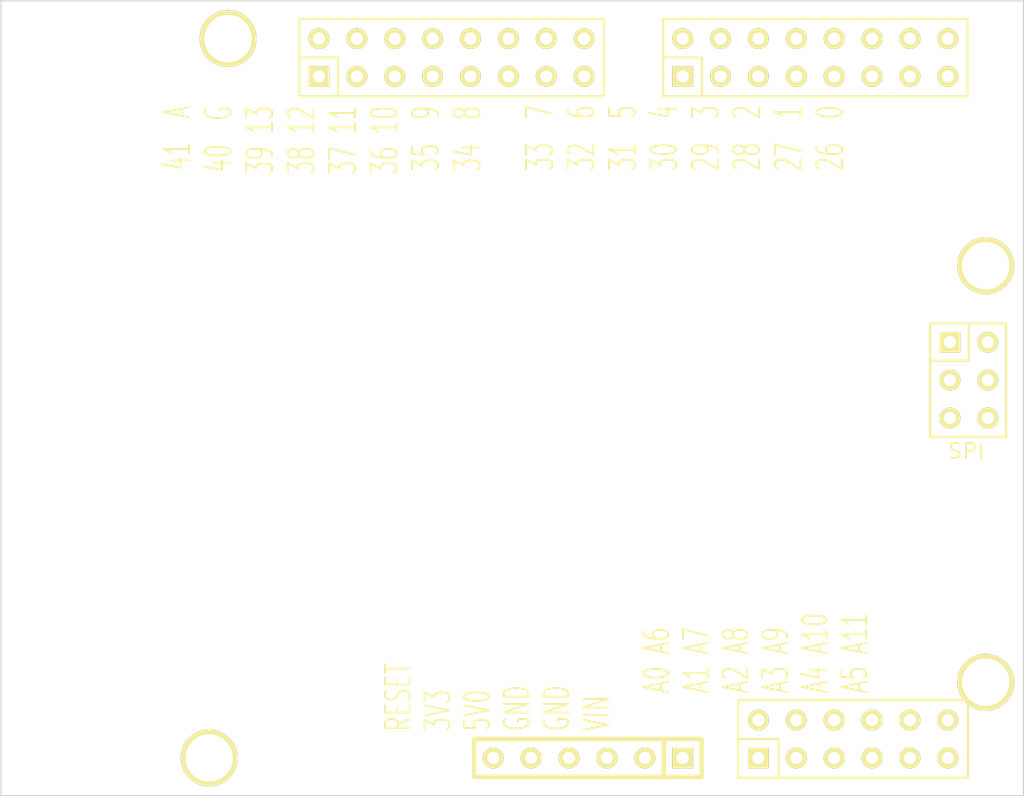
<source format=kicad_pcb>
(kicad_pcb (version 3) (host pcbnew "(2013-06-11 BZR 4021)-stable")

  (general
    (links 4)
    (no_connects 4)
    (area 138.075199 124.409999 206.755201 177.850001)
    (thickness 1.6)
    (drawings 9)
    (tracks 0)
    (zones 0)
    (modules 9)
    (nets 3)
  )

  (page A3)
  (layers
    (15 F.Cu signal)
    (0 B.Cu signal)
    (16 B.Adhes user)
    (17 F.Adhes user)
    (18 B.Paste user)
    (19 F.Paste user)
    (20 B.SilkS user)
    (21 F.SilkS user)
    (22 B.Mask user)
    (23 F.Mask user)
    (24 Dwgs.User user)
    (25 Cmts.User user)
    (26 Eco1.User user)
    (27 Eco2.User user)
    (28 Edge.Cuts user)
  )

  (setup
    (last_trace_width 0.254)
    (trace_clearance 0.254)
    (zone_clearance 0.508)
    (zone_45_only no)
    (trace_min 0.254)
    (segment_width 0.2)
    (edge_width 0.1)
    (via_size 0.889)
    (via_drill 0.635)
    (via_min_size 0.889)
    (via_min_drill 0.508)
    (uvia_size 0.508)
    (uvia_drill 0.127)
    (uvias_allowed no)
    (uvia_min_size 0.508)
    (uvia_min_drill 0.127)
    (pcb_text_width 0.3)
    (pcb_text_size 1.5 1.5)
    (mod_edge_width 0.15)
    (mod_text_size 1 1)
    (mod_text_width 0.15)
    (pad_size 1.397 1.397)
    (pad_drill 0.8128)
    (pad_to_mask_clearance 0)
    (aux_axis_origin 0 0)
    (visible_elements FFFFFFBF)
    (pcbplotparams
      (layerselection 3178497)
      (usegerberextensions true)
      (excludeedgelayer true)
      (linewidth 0.150000)
      (plotframeref false)
      (viasonmask false)
      (mode 1)
      (useauxorigin false)
      (hpglpennumber 1)
      (hpglpenspeed 20)
      (hpglpendiameter 15)
      (hpglpenoverlay 2)
      (psnegative false)
      (psa4output false)
      (plotreference true)
      (plotvalue true)
      (plotothertext true)
      (plotinvisibletext false)
      (padsonsilk false)
      (subtractmaskfromsilk false)
      (outputformat 1)
      (mirror false)
      (drillshape 1)
      (scaleselection 1)
      (outputdirectory ""))
  )

  (net 0 "")
  (net 1 /GND)
  (net 2 /RG6)

  (net_class Default "This is the default net class."
    (clearance 0.254)
    (trace_width 0.254)
    (via_dia 0.889)
    (via_drill 0.635)
    (uvia_dia 0.508)
    (uvia_drill 0.127)
    (add_net "")
    (add_net /GND)
    (add_net /RG6)
  )

  (module CONN_2x8 (layer F.Cu) (tedit 5214DD68) (tstamp 52152D42)
    (at 168.3512 128.27 270)
    (path /5214C701)
    (fp_text reference P3 (at 0 11.7 270) (layer F.SilkS) hide
      (effects (font (size 1.524 1.524) (thickness 0.3048)))
    )
    (fp_text value PWM/Digital (at 0 -11.3 270) (layer F.SilkS) hide
      (effects (font (size 1.524 1.524) (thickness 0.3048)))
    )
    (fp_line (start 0 7.6) (end 0 10.2) (layer F.SilkS) (width 0.15))
    (fp_line (start 0 7.6) (end 2.6 7.6) (layer F.SilkS) (width 0.15))
    (fp_line (start -2.6 8.9) (end -2.6 10.1) (layer F.SilkS) (width 0.15))
    (fp_line (start -2.6 10.1) (end -2.6 10.2) (layer F.SilkS) (width 0.15))
    (fp_line (start -2.6 10.2) (end 2.6 10.2) (layer F.SilkS) (width 0.15))
    (fp_line (start 2.6 10.2) (end 2.6 8.9) (layer F.SilkS) (width 0.15))
    (fp_line (start 2.6 -8.9) (end 2.6 -10.2) (layer F.SilkS) (width 0.15))
    (fp_line (start 2.6 -10.2) (end -2.6 -10.2) (layer F.SilkS) (width 0.15))
    (fp_line (start -2.6 -10.2) (end -2.6 -8.9) (layer F.SilkS) (width 0.15))
    (fp_line (start 2.6 7.7) (end 2.6 8.8) (layer F.SilkS) (width 0.15))
    (fp_line (start 2.6 8.8) (end 2.6 8.9) (layer F.SilkS) (width 0.15))
    (fp_line (start -2.6 8.9) (end -2.6 7.7) (layer F.SilkS) (width 0.15))
    (fp_line (start 2.6 -7.7) (end 2.6 -8.8) (layer F.SilkS) (width 0.15))
    (fp_line (start 2.6 -8.8) (end 2.6 -8.9) (layer F.SilkS) (width 0.15))
    (fp_line (start -2.6 -8.9) (end -2.6 -7.7) (layer F.SilkS) (width 0.15))
    (fp_line (start -2.6 6.4) (end -2.6 7.6) (layer F.SilkS) (width 0.15))
    (fp_line (start -2.6 7.6) (end -2.6 7.7) (layer F.SilkS) (width 0.15))
    (fp_line (start 2.6 7.7) (end 2.6 6.4) (layer F.SilkS) (width 0.15))
    (fp_line (start -2.6 -6.3) (end -2.6 -7.5) (layer F.SilkS) (width 0.15))
    (fp_line (start -2.6 -7.5) (end -2.6 -7.7) (layer F.SilkS) (width 0.15))
    (fp_line (start 2.6 -7.7) (end 2.6 -6.3) (layer F.SilkS) (width 0.15))
    (fp_line (start 2.6 6.4) (end 2.6 3.8) (layer F.SilkS) (width 0.15))
    (fp_line (start -2.6 6.4) (end -2.6 0.9) (layer F.SilkS) (width 0.15))
    (fp_line (start 2.6 2.6) (end 2.6 3.8) (layer F.SilkS) (width 0.15))
    (fp_line (start -2.6 -5.1) (end -2.6 -6.3) (layer F.SilkS) (width 0.15))
    (fp_line (start 2.6 -6.3) (end 2.6 -5.1) (layer F.SilkS) (width 0.15))
    (fp_line (start 2.6 2.6) (end 2.6 -3.9) (layer F.SilkS) (width 0.15))
    (fp_line (start 2.6 -3.9) (end 2.6 -5) (layer F.SilkS) (width 0.15))
    (fp_line (start 2.6 -5) (end 2.6 -5.1) (layer F.SilkS) (width 0.15))
    (fp_line (start -2.6 -5.1) (end -2.6 -3.2) (layer F.SilkS) (width 0.15))
    (fp_line (start -2.6 0.9) (end -2.6 -3.2) (layer F.SilkS) (width 0.15))
    (pad 1 thru_hole rect (at 1.27 8.89 270) (size 1.397 1.397) (drill 0.8128)
      (layers *.Cu *.Mask F.SilkS)
    )
    (pad 2 thru_hole circle (at -1.27 8.89 270) (size 1.397 1.397) (drill 0.8128)
      (layers *.Cu *.Mask F.SilkS)
    )
    (pad 3 thru_hole circle (at 1.27 6.35 270) (size 1.397 1.397) (drill 0.8128)
      (layers *.Cu *.Mask F.SilkS)
    )
    (pad 4 thru_hole circle (at -1.27 6.35 270) (size 1.397 1.397) (drill 0.8128)
      (layers *.Cu *.Mask F.SilkS)
      (net 1 /GND)
    )
    (pad 5 thru_hole circle (at 1.27 3.81 270) (size 1.397 1.397) (drill 0.8128)
      (layers *.Cu *.Mask F.SilkS)
    )
    (pad 6 thru_hole circle (at -1.27 3.81 270) (size 1.397 1.397) (drill 0.8128)
      (layers *.Cu *.Mask F.SilkS)
      (net 2 /RG6)
    )
    (pad 7 thru_hole circle (at 1.27 1.27 270) (size 1.397 1.397) (drill 0.8128)
      (layers *.Cu *.Mask F.SilkS)
    )
    (pad 8 thru_hole circle (at -1.27 1.27 270) (size 1.397 1.397) (drill 0.8128)
      (layers *.Cu *.Mask F.SilkS)
    )
    (pad 9 thru_hole circle (at 1.27 -1.27 270) (size 1.397 1.397) (drill 0.8128)
      (layers *.Cu *.Mask F.SilkS)
    )
    (pad 10 thru_hole circle (at -1.27 -1.27 270) (size 1.397 1.397) (drill 0.8128)
      (layers *.Cu *.Mask F.SilkS)
    )
    (pad 11 thru_hole circle (at 1.27 -3.81 270) (size 1.397 1.397) (drill 0.8128)
      (layers *.Cu *.Mask F.SilkS)
    )
    (pad 12 thru_hole circle (at -1.27 -3.81 270) (size 1.397 1.397) (drill 0.8128)
      (layers *.Cu *.Mask F.SilkS)
    )
    (pad 13 thru_hole circle (at 1.27 -6.35 270) (size 1.397 1.397) (drill 0.8128)
      (layers *.Cu *.Mask F.SilkS)
    )
    (pad 14 thru_hole circle (at -1.27 -6.35 270) (size 1.397 1.397) (drill 0.8128)
      (layers *.Cu *.Mask F.SilkS)
    )
    (pad 15 thru_hole circle (at 1.27 -8.89 270) (size 1.397 1.397) (drill 0.8128)
      (layers *.Cu *.Mask F.SilkS)
    )
    (pad 16 thru_hole circle (at -1.27 -8.89 270) (size 1.397 1.397) (drill 0.8128)
      (layers *.Cu *.Mask F.SilkS)
    )
  )

  (module CONN_2x8 (layer F.Cu) (tedit 5214DD63) (tstamp 52152D75)
    (at 192.7352 128.27 270)
    (path /5214C710)
    (fp_text reference P4 (at 0 11.7 270) (layer F.SilkS) hide
      (effects (font (size 1.524 1.524) (thickness 0.3048)))
    )
    (fp_text value PWM/Digital (at 0 -11.3 270) (layer F.SilkS) hide
      (effects (font (size 1.524 1.524) (thickness 0.3048)))
    )
    (fp_line (start 0 7.6) (end 0 10.2) (layer F.SilkS) (width 0.15))
    (fp_line (start 0 7.6) (end 2.6 7.6) (layer F.SilkS) (width 0.15))
    (fp_line (start -2.6 8.9) (end -2.6 10.1) (layer F.SilkS) (width 0.15))
    (fp_line (start -2.6 10.1) (end -2.6 10.2) (layer F.SilkS) (width 0.15))
    (fp_line (start -2.6 10.2) (end 2.6 10.2) (layer F.SilkS) (width 0.15))
    (fp_line (start 2.6 10.2) (end 2.6 8.9) (layer F.SilkS) (width 0.15))
    (fp_line (start 2.6 -8.9) (end 2.6 -10.2) (layer F.SilkS) (width 0.15))
    (fp_line (start 2.6 -10.2) (end -2.6 -10.2) (layer F.SilkS) (width 0.15))
    (fp_line (start -2.6 -10.2) (end -2.6 -8.9) (layer F.SilkS) (width 0.15))
    (fp_line (start 2.6 7.7) (end 2.6 8.8) (layer F.SilkS) (width 0.15))
    (fp_line (start 2.6 8.8) (end 2.6 8.9) (layer F.SilkS) (width 0.15))
    (fp_line (start -2.6 8.9) (end -2.6 7.7) (layer F.SilkS) (width 0.15))
    (fp_line (start 2.6 -7.7) (end 2.6 -8.8) (layer F.SilkS) (width 0.15))
    (fp_line (start 2.6 -8.8) (end 2.6 -8.9) (layer F.SilkS) (width 0.15))
    (fp_line (start -2.6 -8.9) (end -2.6 -7.7) (layer F.SilkS) (width 0.15))
    (fp_line (start -2.6 6.4) (end -2.6 7.6) (layer F.SilkS) (width 0.15))
    (fp_line (start -2.6 7.6) (end -2.6 7.7) (layer F.SilkS) (width 0.15))
    (fp_line (start 2.6 7.7) (end 2.6 6.4) (layer F.SilkS) (width 0.15))
    (fp_line (start -2.6 -6.3) (end -2.6 -7.5) (layer F.SilkS) (width 0.15))
    (fp_line (start -2.6 -7.5) (end -2.6 -7.7) (layer F.SilkS) (width 0.15))
    (fp_line (start 2.6 -7.7) (end 2.6 -6.3) (layer F.SilkS) (width 0.15))
    (fp_line (start 2.6 6.4) (end 2.6 3.8) (layer F.SilkS) (width 0.15))
    (fp_line (start -2.6 6.4) (end -2.6 0.9) (layer F.SilkS) (width 0.15))
    (fp_line (start 2.6 2.6) (end 2.6 3.8) (layer F.SilkS) (width 0.15))
    (fp_line (start -2.6 -5.1) (end -2.6 -6.3) (layer F.SilkS) (width 0.15))
    (fp_line (start 2.6 -6.3) (end 2.6 -5.1) (layer F.SilkS) (width 0.15))
    (fp_line (start 2.6 2.6) (end 2.6 -3.9) (layer F.SilkS) (width 0.15))
    (fp_line (start 2.6 -3.9) (end 2.6 -5) (layer F.SilkS) (width 0.15))
    (fp_line (start 2.6 -5) (end 2.6 -5.1) (layer F.SilkS) (width 0.15))
    (fp_line (start -2.6 -5.1) (end -2.6 -3.2) (layer F.SilkS) (width 0.15))
    (fp_line (start -2.6 0.9) (end -2.6 -3.2) (layer F.SilkS) (width 0.15))
    (pad 1 thru_hole rect (at 1.27 8.89 270) (size 1.397 1.397) (drill 0.8128)
      (layers *.Cu *.Mask F.SilkS)
    )
    (pad 2 thru_hole circle (at -1.27 8.89 270) (size 1.397 1.397) (drill 0.8128)
      (layers *.Cu *.Mask F.SilkS)
    )
    (pad 3 thru_hole circle (at 1.27 6.35 270) (size 1.397 1.397) (drill 0.8128)
      (layers *.Cu *.Mask F.SilkS)
    )
    (pad 4 thru_hole circle (at -1.27 6.35 270) (size 1.397 1.397) (drill 0.8128)
      (layers *.Cu *.Mask F.SilkS)
    )
    (pad 5 thru_hole circle (at 1.27 3.81 270) (size 1.397 1.397) (drill 0.8128)
      (layers *.Cu *.Mask F.SilkS)
    )
    (pad 6 thru_hole circle (at -1.27 3.81 270) (size 1.397 1.397) (drill 0.8128)
      (layers *.Cu *.Mask F.SilkS)
    )
    (pad 7 thru_hole circle (at 1.27 1.27 270) (size 1.397 1.397) (drill 0.8128)
      (layers *.Cu *.Mask F.SilkS)
    )
    (pad 8 thru_hole circle (at -1.27 1.27 270) (size 1.397 1.397) (drill 0.8128)
      (layers *.Cu *.Mask F.SilkS)
    )
    (pad 9 thru_hole circle (at 1.27 -1.27 270) (size 1.397 1.397) (drill 0.8128)
      (layers *.Cu *.Mask F.SilkS)
    )
    (pad 10 thru_hole circle (at -1.27 -1.27 270) (size 1.397 1.397) (drill 0.8128)
      (layers *.Cu *.Mask F.SilkS)
    )
    (pad 11 thru_hole circle (at 1.27 -3.81 270) (size 1.397 1.397) (drill 0.8128)
      (layers *.Cu *.Mask F.SilkS)
    )
    (pad 12 thru_hole circle (at -1.27 -3.81 270) (size 1.397 1.397) (drill 0.8128)
      (layers *.Cu *.Mask F.SilkS)
    )
    (pad 13 thru_hole circle (at 1.27 -6.35 270) (size 1.397 1.397) (drill 0.8128)
      (layers *.Cu *.Mask F.SilkS)
    )
    (pad 14 thru_hole circle (at -1.27 -6.35 270) (size 1.397 1.397) (drill 0.8128)
      (layers *.Cu *.Mask F.SilkS)
    )
    (pad 15 thru_hole circle (at 1.27 -8.89 270) (size 1.397 1.397) (drill 0.8128)
      (layers *.Cu *.Mask F.SilkS)
    )
    (pad 16 thru_hole circle (at -1.27 -8.89 270) (size 1.397 1.397) (drill 0.8128)
      (layers *.Cu *.Mask F.SilkS)
    )
  )

  (module CONN_2x6 (layer F.Cu) (tedit 5214DD72) (tstamp 52152D99)
    (at 195.2752 173.99 270)
    (path /5214C59A)
    (fp_text reference P2 (at 0 8.9 270) (layer F.SilkS) hide
      (effects (font (size 1.524 1.524) (thickness 0.3048)))
    )
    (fp_text value Analog (at 0 -8.8 270) (layer F.SilkS) hide
      (effects (font (size 1.524 1.524) (thickness 0.3048)))
    )
    (fp_line (start 0 5) (end 0 7.7) (layer F.SilkS) (width 0.15))
    (fp_line (start 0 5) (end 2.6 5) (layer F.SilkS) (width 0.15))
    (fp_line (start -2.6 6.4) (end -2.6 7.6) (layer F.SilkS) (width 0.15))
    (fp_line (start -2.6 7.6) (end -2.6 7.7) (layer F.SilkS) (width 0.15))
    (fp_line (start -2.6 7.7) (end 2.6 7.7) (layer F.SilkS) (width 0.15))
    (fp_line (start 2.6 7.7) (end 2.6 6.4) (layer F.SilkS) (width 0.15))
    (fp_line (start -2.6 -6.3) (end -2.6 -7.5) (layer F.SilkS) (width 0.15))
    (fp_line (start -2.6 -7.5) (end -2.6 -7.7) (layer F.SilkS) (width 0.15))
    (fp_line (start -2.6 -7.7) (end 2.6 -7.7) (layer F.SilkS) (width 0.15))
    (fp_line (start 2.6 -7.7) (end 2.6 -6.3) (layer F.SilkS) (width 0.15))
    (fp_line (start 2.6 6.4) (end 2.6 3.8) (layer F.SilkS) (width 0.15))
    (fp_line (start -2.6 6.4) (end -2.6 0.9) (layer F.SilkS) (width 0.15))
    (fp_line (start 2.6 2.6) (end 2.6 3.8) (layer F.SilkS) (width 0.15))
    (fp_line (start -2.6 -5.1) (end -2.6 -6.3) (layer F.SilkS) (width 0.15))
    (fp_line (start 2.6 -6.3) (end 2.6 -5.1) (layer F.SilkS) (width 0.15))
    (fp_line (start 2.6 2.6) (end 2.6 -3.9) (layer F.SilkS) (width 0.15))
    (fp_line (start 2.6 -3.9) (end 2.6 -5) (layer F.SilkS) (width 0.15))
    (fp_line (start 2.6 -5) (end 2.6 -5.1) (layer F.SilkS) (width 0.15))
    (fp_line (start -2.6 -5.1) (end -2.6 -3.2) (layer F.SilkS) (width 0.15))
    (fp_line (start -2.6 0.9) (end -2.6 -3.2) (layer F.SilkS) (width 0.15))
    (pad 1 thru_hole rect (at 1.27 6.35 270) (size 1.397 1.397) (drill 0.8128)
      (layers *.Cu *.Mask F.SilkS)
    )
    (pad 2 thru_hole circle (at -1.27 6.35 270) (size 1.397 1.397) (drill 0.8128)
      (layers *.Cu *.Mask F.SilkS)
    )
    (pad 3 thru_hole circle (at 1.27 3.81 270) (size 1.397 1.397) (drill 0.8128)
      (layers *.Cu *.Mask F.SilkS)
    )
    (pad 4 thru_hole circle (at -1.27 3.81 270) (size 1.397 1.397) (drill 0.8128)
      (layers *.Cu *.Mask F.SilkS)
    )
    (pad 5 thru_hole circle (at 1.27 1.27 270) (size 1.397 1.397) (drill 0.8128)
      (layers *.Cu *.Mask F.SilkS)
    )
    (pad 6 thru_hole circle (at -1.27 1.27 270) (size 1.397 1.397) (drill 0.8128)
      (layers *.Cu *.Mask F.SilkS)
    )
    (pad 7 thru_hole circle (at 1.27 -1.27 270) (size 1.397 1.397) (drill 0.8128)
      (layers *.Cu *.Mask F.SilkS)
    )
    (pad 8 thru_hole circle (at -1.27 -1.27 270) (size 1.397 1.397) (drill 0.8128)
      (layers *.Cu *.Mask F.SilkS)
    )
    (pad 9 thru_hole circle (at 1.27 -3.81 270) (size 1.397 1.397) (drill 0.8128)
      (layers *.Cu *.Mask F.SilkS)
    )
    (pad 10 thru_hole circle (at -1.27 -3.81 270) (size 1.397 1.397) (drill 0.8128)
      (layers *.Cu *.Mask F.SilkS)
    )
    (pad 11 thru_hole circle (at 1.27 -6.35 270) (size 1.397 1.397) (drill 0.8128)
      (layers *.Cu *.Mask F.SilkS)
    )
    (pad 12 thru_hole circle (at -1.27 -6.35 270) (size 1.397 1.397) (drill 0.8128)
      (layers *.Cu *.Mask F.SilkS)
    )
  )

  (module CONN_1x1 (layer F.Cu) (tedit 5214D7FF) (tstamp 5215336F)
    (at 152.0952 175.26)
    (fp_text reference CONN_1x1 (at 0 1.7) (layer F.SilkS) hide
      (effects (font (size 1 1) (thickness 0.2)))
    )
    (fp_text value VAL** (at 0 -1.5) (layer F.SilkS) hide
      (effects (font (size 1 1) (thickness 0.2)))
    )
    (pad 1 thru_hole circle (at 0 0) (size 3.81 3.81) (drill 3.175)
      (layers *.Cu *.Mask F.SilkS)
    )
  )

  (module CONN_1x1 (layer F.Cu) (tedit 5214DBEC) (tstamp 521533CF)
    (at 204.1652 170.18)
    (fp_text reference CONN_1x1 (at 0 1.7) (layer F.SilkS) hide
      (effects (font (size 1 1) (thickness 0.2)))
    )
    (fp_text value VAL** (at 0 -1.5) (layer F.SilkS) hide
      (effects (font (size 1 1) (thickness 0.2)))
    )
    (pad 1 thru_hole circle (at 0 0) (size 3.81 3.81) (drill 3.175)
      (layers *.Cu *.Mask F.SilkS)
    )
  )

  (module CONN_1x1 (layer F.Cu) (tedit 5214DC1B) (tstamp 521533D8)
    (at 204.1652 142.24)
    (fp_text reference CONN_1x1 (at 0 1.7) (layer F.SilkS) hide
      (effects (font (size 1 1) (thickness 0.2)))
    )
    (fp_text value VAL** (at 0 -1.5) (layer F.SilkS) hide
      (effects (font (size 1 1) (thickness 0.2)))
    )
    (pad 1 thru_hole circle (at 0 0) (size 3.81 3.81) (drill 3.175)
      (layers *.Cu *.Mask F.SilkS)
    )
  )

  (module CONN_1x1 (layer F.Cu) (tedit 5214DBCB) (tstamp 521533E1)
    (at 153.3652 127)
    (fp_text reference CONN_1x1 (at 0 1.7) (layer F.SilkS) hide
      (effects (font (size 1 1) (thickness 0.2)))
    )
    (fp_text value VAL** (at 0 -1.5) (layer F.SilkS) hide
      (effects (font (size 1 1) (thickness 0.2)))
    )
    (pad 1 thru_hole circle (at 0 0) (size 3.81 3.81) (drill 3.175)
      (layers *.Cu *.Mask F.SilkS)
    )
  )

  (module SIL-6 (layer F.Cu) (tedit 5214DEBF) (tstamp 5215497F)
    (at 177.4952 175.26 180)
    (descr "Connecteur 6 pins")
    (tags "CONN DEV")
    (path /5214C54F)
    (fp_text reference P1 (at 0 -2.54 180) (layer F.SilkS) hide
      (effects (font (size 1.72974 1.08712) (thickness 0.27178)))
    )
    (fp_text value Power (at 0 -2.54 180) (layer F.SilkS) hide
      (effects (font (size 1.524 1.016) (thickness 0.3048)))
    )
    (fp_line (start -7.62 1.27) (end -7.62 -1.27) (layer F.SilkS) (width 0.3048))
    (fp_line (start -7.62 -1.27) (end 7.62 -1.27) (layer F.SilkS) (width 0.3048))
    (fp_line (start 7.62 -1.27) (end 7.62 1.27) (layer F.SilkS) (width 0.3048))
    (fp_line (start 7.62 1.27) (end -7.62 1.27) (layer F.SilkS) (width 0.3048))
    (fp_line (start -5.08 1.27) (end -5.08 -1.27) (layer F.SilkS) (width 0.3048))
    (pad 1 thru_hole rect (at -6.35 0 180) (size 1.397 1.397) (drill 0.8128)
      (layers *.Cu *.Mask F.SilkS)
    )
    (pad 2 thru_hole circle (at -3.81 0 180) (size 1.397 1.397) (drill 0.8128)
      (layers *.Cu *.Mask F.SilkS)
      (net 1 /GND)
    )
    (pad 3 thru_hole circle (at -1.27 0 180) (size 1.397 1.397) (drill 0.8128)
      (layers *.Cu *.Mask F.SilkS)
      (net 1 /GND)
    )
    (pad 4 thru_hole circle (at 1.27 0 180) (size 1.397 1.397) (drill 0.8128)
      (layers *.Cu *.Mask F.SilkS)
    )
    (pad 5 thru_hole circle (at 3.81 0 180) (size 1.397 1.397) (drill 0.8128)
      (layers *.Cu *.Mask F.SilkS)
    )
    (pad 6 thru_hole circle (at 6.35 0 180) (size 1.397 1.397) (drill 0.8128)
      (layers *.Cu *.Mask F.SilkS)
    )
  )

  (module CONN_2x3 (layer F.Cu) (tedit 5214E35B) (tstamp 521549FF)
    (at 203.0349 149.9108 180)
    (path /5214E23D)
    (fp_text reference P5 (at 0 5.2 180) (layer F.SilkS) hide
      (effects (font (size 1.524 1.524) (thickness 0.3048)))
    )
    (fp_text value SPI (at 0 -4.9 180) (layer F.SilkS) hide
      (effects (font (size 1.524 1.524) (thickness 0.3048)))
    )
    (fp_line (start 2.6 1.3) (end 2.6 -3.7) (layer F.SilkS) (width 0.15))
    (fp_line (start 2.6 -3.7) (end 2.6 -3.8) (layer F.SilkS) (width 0.15))
    (fp_line (start 2.6 -3.8) (end -2.5 -3.8) (layer F.SilkS) (width 0.15))
    (fp_line (start -2.5 -3.8) (end -2.5 -3.2) (layer F.SilkS) (width 0.15))
    (fp_line (start 0 1.3) (end 0 3.8) (layer F.SilkS) (width 0.15))
    (fp_line (start 0 1.3) (end 2.6 1.3) (layer F.SilkS) (width 0.15))
    (fp_line (start 2.6 1.3) (end 2.6 3.8) (layer F.SilkS) (width 0.15))
    (fp_line (start 2.6 3.8) (end -2.5 3.8) (layer F.SilkS) (width 0.15))
    (fp_line (start -2.5 3.8) (end -2.5 -3.1) (layer F.SilkS) (width 0.15))
    (pad 1 thru_hole rect (at 1.27 2.54 180) (size 1.397 1.397) (drill 0.8128)
      (layers *.Cu *.Mask F.SilkS)
    )
    (pad 2 thru_hole circle (at -1.27 2.54 180) (size 1.397 1.397) (drill 0.8128)
      (layers *.Cu *.Mask F.SilkS)
    )
    (pad 3 thru_hole circle (at 1.27 0 180) (size 1.397 1.397) (drill 0.8128)
      (layers *.Cu *.Mask F.SilkS)
      (net 2 /RG6)
    )
    (pad 4 thru_hole circle (at -1.27 0 180) (size 1.397 1.397) (drill 0.8128)
      (layers *.Cu *.Mask F.SilkS)
    )
    (pad 5 thru_hole circle (at 1.27 -2.54 180) (size 1.397 1.397) (drill 0.8128)
      (layers *.Cu *.Mask F.SilkS)
    )
    (pad 6 thru_hole circle (at -1.27 -2.54 180) (size 1.397 1.397) (drill 0.8128)
      (layers *.Cu *.Mask F.SilkS)
      (net 1 /GND)
    )
  )

  (gr_text SPI (at 202.8698 154.6733) (layer F.SilkS)
    (effects (font (size 1.016 1.016) (thickness 0.127)))
  )
  (gr_text "A0 A6\nA1 A7\nA2 A8\nA3 A9\nA4 A10\nA5 A11" (at 188.7474 171.0182 90) (layer F.SilkS)
    (effects (font (size 1.651 1.016) (thickness 0.127)) (justify left))
  )
  (gr_text "33  7\n32  6\n31  5\n30  4\n29  3\n28  2\n27  1\n26  0" (at 184.0103 131.3688 90) (layer F.SilkS)
    (effects (font (size 1.7272 1.016) (thickness 0.127)) (justify right))
  )
  (gr_text "41  A\n40  G\n39 13\n38 12\n37 11\n36 10\n35  9\n34  8" (at 159.6898 131.4196 90) (layer F.SilkS)
    (effects (font (size 1.7272 1.016) (thickness 0.127)) (justify right))
  )
  (gr_text "RESET\n3V3\n5V0\nGND\nGND\nVIN" (at 171.4246 173.5582 90) (layer F.SilkS)
    (effects (font (size 1.651 1.016) (thickness 0.127)) (justify left))
  )
  (gr_line (start 206.7052 124.46) (end 138.1252 124.46) (angle 90) (layer Edge.Cuts) (width 0.1))
  (gr_line (start 206.7052 177.8) (end 206.7052 124.46) (angle 90) (layer Edge.Cuts) (width 0.1))
  (gr_line (start 138.1252 177.8) (end 206.7052 177.8) (angle 90) (layer Edge.Cuts) (width 0.1))
  (gr_line (start 138.1252 177.8) (end 138.1252 124.46) (angle 90) (layer Edge.Cuts) (width 0.1))

)

</source>
